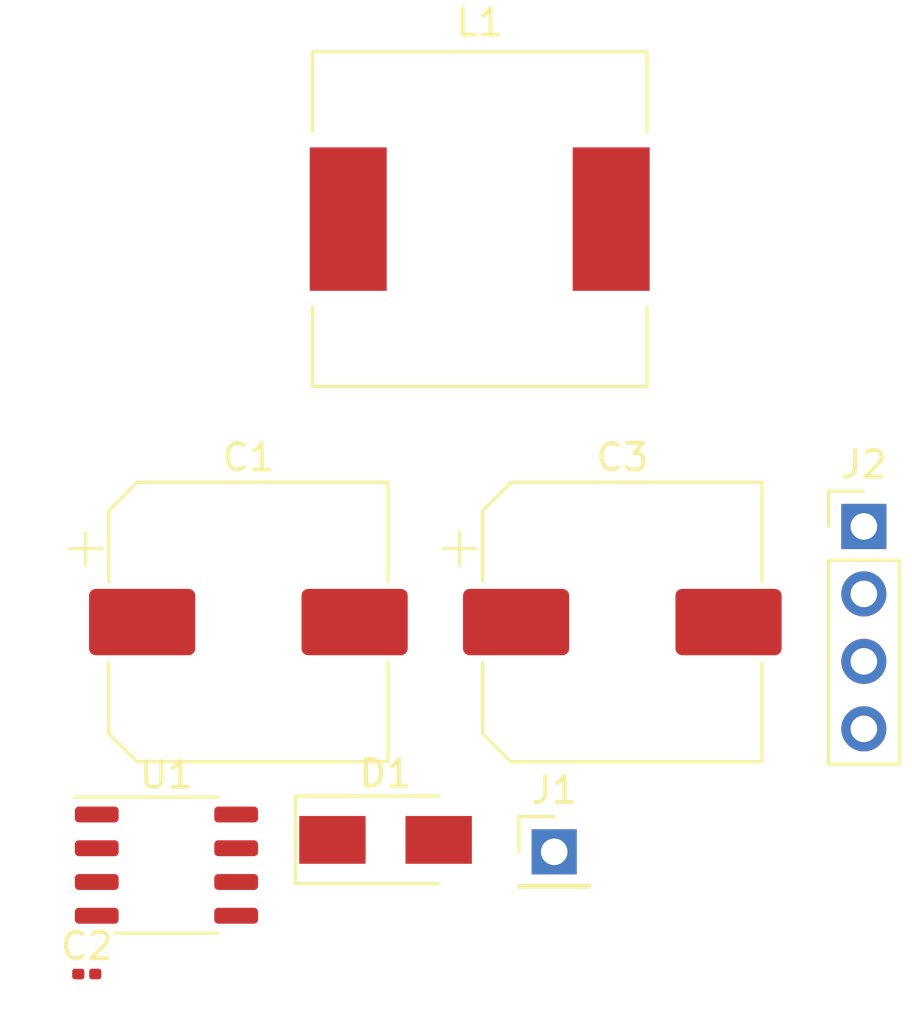
<source format=kicad_pcb>
(kicad_pcb (version 20211014) (generator pcbnew)
  (layers (0 "F.Cu" signal) (31 "B.Cu" signal) (34 "B.Paste" user) (35 "F.Paste" user) (36 "B.SilkS" user "B.Silkscreen") (37 "F.SilkS" user "F.Silkscreen") (38 "B.Mask" user) (39 "F.Mask" user) (44 "Edge.Cuts" user))
  (net 0 "")
  (net 1 "Net-(C1-Pad1)")
  (net 2 "Net-(C1-Pad2)")
  (net 3 "Net-(C3-Pad1)")
  (net 4 "Net-(D1-Pad1)")
  (footprint "Connector_PinHeader_2.54mm:PinHeader_1x01_P2.54mm_Vertical" (layer "F.Cu") (at 96.455 79.78)
    (fp_text reference "J1" (at 0 -2.33) (layer "F.SilkS"))
    (fp_text value "12V")
    (fp_line (start -1.33 1.27) (end 1.33 1.27) (layer "F.SilkS") (width 0.12))
    (fp_line (start 1.33 1.27) (end 1.33 1.33) (layer "F.SilkS") (width 0.12))
    (fp_line (start -1.33 -1.33) (end 0 -1.33) (layer "F.SilkS") (width 0.12))
    (fp_line (start -1.33 0) (end -1.33 -1.33) (layer "F.SilkS") (width 0.12))
    (fp_line (start -1.33 1.27) (end -1.33 1.33) (layer "F.SilkS") (width 0.12))
    (fp_line (start -1.33 1.33) (end 1.33 1.33) (layer "F.SilkS") (width 0.12))
    (pad "1" thru_hole rect locked (at 0 0) (size 1.7 1.7) (drill 1) (layers *.Cu *.Mask) (net 1 "Net-(C1-Pad1)"))
  )
  (footprint "Package_SO:SOP-8_3.9x4.9mm_P1.27mm" (layer "F.Cu") (at 81.855 80.28)
    (fp_text reference "U1" (at 0 -3.4) (layer "F.SilkS"))
    (fp_text value "XL-1509-3.3E1")
    (fp_line (start 0 -2.56) (end 1.95 -2.56) (layer "F.SilkS") (width 0.12))
    (fp_line (start 0 2.56) (end -1.95 2.56) (layer "F.SilkS") (width 0.12))
    (fp_line (start 0 -2.56) (end -3.45 -2.56) (layer "F.SilkS") (width 0.12))
    (fp_line (start 0 2.56) (end 1.95 2.56) (layer "F.SilkS") (width 0.12))
    (pad "1" smd roundrect locked (at -2.625 -1.905) (size 1.65 0.6) (layers "F.Cu" "F.Paste" "F.Mask") (net 1 "Net-(C1-Pad1)"))
    (pad "2" smd roundrect locked (at -2.625 -0.635) (size 1.65 0.6) (layers "F.Cu" "F.Paste" "F.Mask") (net 4 "Net-(D1-Pad1)"))
    (pad "3" smd roundrect locked (at -2.625 0.635) (size 1.65 0.6) (layers "F.Cu" "F.Paste" "F.Mask") (net 3 "Net-(C3-Pad1)"))
    (pad "4" smd roundrect locked (at -2.625 1.905) (size 1.65 0.6) (layers "F.Cu" "F.Paste" "F.Mask") (net 2 "Net-(C1-Pad2)"))
    (pad "5" smd roundrect locked (at 2.625 1.905) (size 1.65 0.6) (layers "F.Cu" "F.Paste" "F.Mask") (net 2 "Net-(C1-Pad2)"))
    (pad "6" smd roundrect locked (at 2.625 0.635) (size 1.65 0.6) (layers "F.Cu" "F.Paste" "F.Mask") (net 2 "Net-(C1-Pad2)"))
    (pad "7" smd roundrect locked (at 2.625 -0.635) (size 1.65 0.6) (layers "F.Cu" "F.Paste" "F.Mask") (net 2 "Net-(C1-Pad2)"))
    (pad "8" smd roundrect locked (at 2.625 -1.905) (size 1.65 0.6) (layers "F.Cu" "F.Paste" "F.Mask") (net 2 "Net-(C1-Pad2)"))
  )
  (footprint "Capacitor_SMD:CP_Elec_10x10" (layer "F.Cu") (at 84.94 71.13)
    (fp_text reference "C1" (at 0 -6.2) (layer "F.SilkS"))
    (fp_text value "470uF 35V")
    (fp_line (start -6.75 -2.76) (end -5.5 -2.76) (layer "F.SilkS") (width 0.12))
    (fp_line (start 5.26 5.26) (end 5.26 1.51) (layer "F.SilkS") (width 0.12))
    (fp_line (start -5.26 -4.195563) (end -4.195563 -5.26) (layer "F.SilkS") (width 0.12))
    (fp_line (start 5.26 -5.26) (end 5.26 -1.51) (layer "F.SilkS") (width 0.12))
    (fp_line (start -4.195563 -5.26) (end 5.26 -5.26) (layer "F.SilkS") (width 0.12))
    (fp_line (start -5.26 -4.195563) (end -5.26 -1.51) (layer "F.SilkS") (width 0.12))
    (fp_line (start -5.26 4.195563) (end -5.26 1.51) (layer "F.SilkS") (width 0.12))
    (fp_line (start -4.195563 5.26) (end 5.26 5.26) (layer "F.SilkS") (width 0.12))
    (fp_line (start -6.125 -3.385) (end -6.125 -2.135) (layer "F.SilkS") (width 0.12))
    (fp_line (start -5.26 4.195563) (end -4.195563 5.26) (layer "F.SilkS") (width 0.12))
    (pad "1" smd roundrect locked (at -4 0) (size 4 2.5) (layers "F.Cu" "F.Paste" "F.Mask") (roundrect_rratio 0.1) (net 1 "Net-(C1-Pad1)"))
    (pad "2" smd roundrect locked (at 4 0) (size 4 2.5) (layers "F.Cu" "F.Paste" "F.Mask") (roundrect_rratio 0.1) (net 2 "Net-(C1-Pad2)"))
  )
  (footprint "Capacitor_SMD:CP_Elec_10x10" (layer "F.Cu") (at 99.02 71.13)
    (fp_text reference "C3" (at 0 -6.2) (layer "F.SilkS"))
    (fp_text value "330uF 35V")
    (fp_line (start -4.195563 -5.26) (end 5.26 -5.26) (layer "F.SilkS") (width 0.12))
    (fp_line (start 5.26 -5.26) (end 5.26 -1.51) (layer "F.SilkS") (width 0.12))
    (fp_line (start 5.26 5.26) (end 5.26 1.51) (layer "F.SilkS") (width 0.12))
    (fp_line (start -5.26 -4.195563) (end -5.26 -1.51) (layer "F.SilkS") (width 0.12))
    (fp_line (start -5.26 -4.195563) (end -4.195563 -5.26) (layer "F.SilkS") (width 0.12))
    (fp_line (start -4.195563 5.26) (end 5.26 5.26) (layer "F.SilkS") (width 0.12))
    (fp_line (start -6.125 -3.385) (end -6.125 -2.135) (layer "F.SilkS") (width 0.12))
    (fp_line (start -5.26 4.195563) (end -5.26 1.51) (layer "F.SilkS") (width 0.12))
    (fp_line (start -5.26 4.195563) (end -4.195563 5.26) (layer "F.SilkS") (width 0.12))
    (fp_line (start -6.75 -2.76) (end -5.5 -2.76) (layer "F.SilkS") (width 0.12))
    (pad "1" smd roundrect locked (at -4 0) (size 4 2.5) (layers "F.Cu" "F.Paste" "F.Mask") (roundrect_rratio 0.1) (net 3 "Net-(C3-Pad1)"))
    (pad "2" smd roundrect locked (at 4 0) (size 4 2.5) (layers "F.Cu" "F.Paste" "F.Mask") (roundrect_rratio 0.1) (net 2 "Net-(C1-Pad2)"))
  )
  (footprint "Capacitor_SMD:C_0201_0603Metric" (layer "F.Cu") (at 78.855 84.38)
    (fp_text reference "C2" (at 0 -1.05) (layer "F.SilkS"))
    (fp_text value "1uF")
    (pad "1" smd roundrect locked (at -0.32 0) (size 0.46 0.4) (layers "F.Cu" "F.Mask") (net 1 "Net-(C1-Pad1)"))
    (pad "2" smd roundrect locked (at 0.32 0) (size 0.46 0.4) (layers "F.Cu" "F.Mask") (net 2 "Net-(C1-Pad2)"))
  )
  (footprint "Inductor_SMD:L_12x12mm_H8mm" (layer "F.Cu") (at 93.65 55.96)
    (fp_text reference "L1" (at 0 -7.4) (layer "F.SilkS"))
    (fp_text value "47uH / 2A")
    (fp_line (start 6.3 3.3) (end 6.3 6.3) (layer "F.SilkS") (width 0.12))
    (fp_line (start 6.3 6.3) (end -6.3 6.3) (layer "F.SilkS") (width 0.12))
    (fp_line (start -6.3 -6.3) (end 6.3 -6.3) (layer "F.SilkS") (width 0.12))
    (fp_line (start 6.3 -6.3) (end 6.3 -3.3) (layer "F.SilkS") (width 0.12))
    (fp_line (start -6.3 -3.3) (end -6.3 -6.3) (layer "F.SilkS") (width 0.12))
    (fp_line (start -6.3 6.3) (end -6.3 3.3) (layer "F.SilkS") (width 0.12))
    (pad "1" smd rect locked (at -4.95 0) (size 2.9 5.4) (layers "F.Cu" "F.Paste" "F.Mask") (net 4 "Net-(D1-Pad1)"))
    (pad "2" smd rect locked (at 4.95 0) (size 2.9 5.4) (layers "F.Cu" "F.Paste" "F.Mask") (net 3 "Net-(C3-Pad1)"))
  )
  (footprint "Diode_SMD:D_SMA" (layer "F.Cu") (at 90.105 79.33)
    (fp_text reference "D1" (at 0 -2.5) (layer "F.SilkS"))
    (fp_text value "SS34")
    (fp_line (start -3.4 -1.65) (end -3.4 1.65) (layer "F.SilkS") (width 0.12))
    (fp_line (start -3.4 1.65) (end 2 1.65) (layer "F.SilkS") (width 0.12))
    (fp_line (start -3.4 -1.65) (end 2 -1.65) (layer "F.SilkS") (width 0.12))
    (pad "1" smd rect locked (at -2 0) (size 2.5 1.8) (layers "F.Cu" "F.Paste" "F.Mask") (net 4 "Net-(D1-Pad1)"))
    (pad "2" smd rect locked (at 2 0) (size 2.5 1.8) (layers "F.Cu" "F.Paste" "F.Mask") (net 2 "Net-(C1-Pad2)"))
  )
  (footprint "Connector_PinHeader_2.54mm:PinHeader_1x04_P2.54mm_Vertical" (layer "F.Cu") (at 108.115 67.53)
    (fp_text reference "J2" (at 0 -2.33) (layer "F.SilkS"))
    (fp_text value "i2c")
    (fp_line (start -1.33 0) (end -1.33 -1.33) (layer "F.SilkS") (width 0.12))
    (fp_line (start 1.33 1.27) (end 1.33 8.95) (layer "F.SilkS") (width 0.12))
    (fp_line (start -1.33 -1.33) (end 0 -1.33) (layer "F.SilkS") (width 0.12))
    (fp_line (start -1.33 1.27) (end -1.33 8.95) (layer "F.SilkS") (width 0.12))
    (fp_line (start -1.33 1.27) (end 1.33 1.27) (layer "F.SilkS") (width 0.12))
    (fp_line (start -1.33 8.95) (end 1.33 8.95) (layer "F.SilkS") (width 0.12))
    (pad "1" thru_hole rect locked (at 0 0) (size 1.7 1.7) (drill 1) (layers *.Cu *.Mask) (net 3 "Net-(C3-Pad1)"))
    (pad "2" thru_hole oval locked (at 0 2.54) (size 1.7 1.7) (drill 1) (layers *.Cu *.Mask))
    (pad "3" thru_hole oval locked (at 0 5.08) (size 1.7 1.7) (drill 1) (layers *.Cu *.Mask))
    (pad "4" thru_hole oval locked (at 0 7.62) (size 1.7 1.7) (drill 1) (layers *.Cu *.Mask) (net 2 "Net-(C1-Pad2)"))
  )
)
</source>
